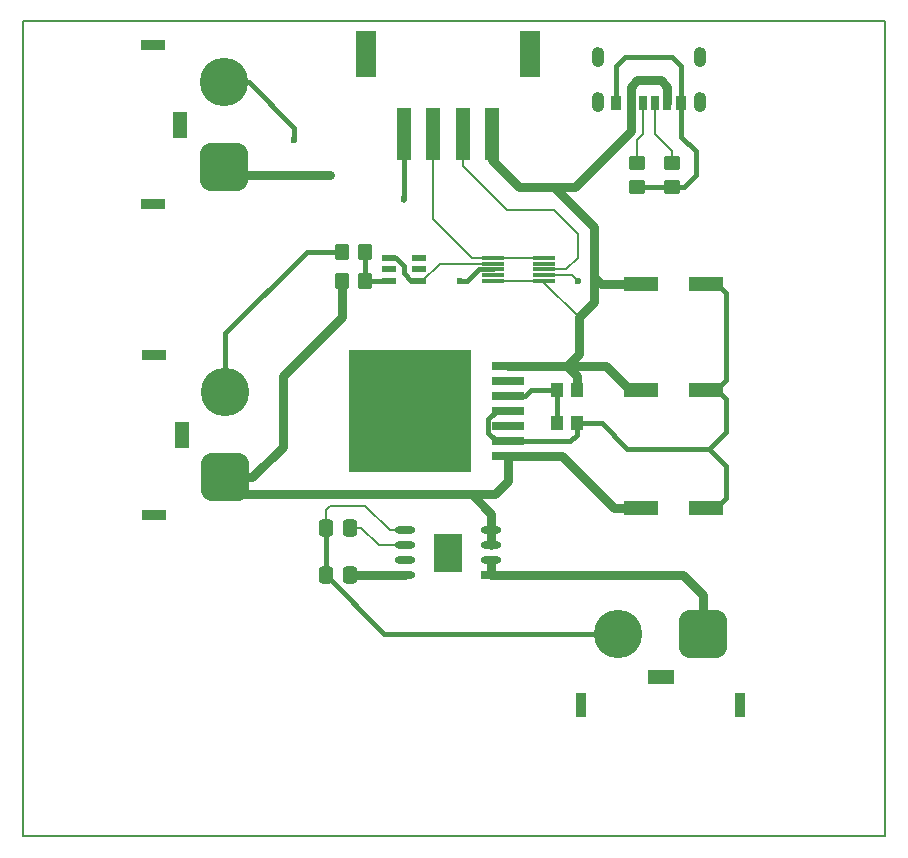
<source format=gbr>
%TF.GenerationSoftware,KiCad,Pcbnew,8.0.6*%
%TF.CreationDate,2025-02-02T12:33:11-05:00*%
%TF.ProjectId,Electrical schematic,456c6563-7472-4696-9361-6c2073636865,rev?*%
%TF.SameCoordinates,Original*%
%TF.FileFunction,Copper,L1,Top*%
%TF.FilePolarity,Positive*%
%FSLAX46Y46*%
G04 Gerber Fmt 4.6, Leading zero omitted, Abs format (unit mm)*
G04 Created by KiCad (PCBNEW 8.0.6) date 2025-02-02 12:33:11*
%MOMM*%
%LPD*%
G01*
G04 APERTURE LIST*
G04 Aperture macros list*
%AMRoundRect*
0 Rectangle with rounded corners*
0 $1 Rounding radius*
0 $2 $3 $4 $5 $6 $7 $8 $9 X,Y pos of 4 corners*
0 Add a 4 corners polygon primitive as box body*
4,1,4,$2,$3,$4,$5,$6,$7,$8,$9,$2,$3,0*
0 Add four circle primitives for the rounded corners*
1,1,$1+$1,$2,$3*
1,1,$1+$1,$4,$5*
1,1,$1+$1,$6,$7*
1,1,$1+$1,$8,$9*
0 Add four rect primitives between the rounded corners*
20,1,$1+$1,$2,$3,$4,$5,0*
20,1,$1+$1,$4,$5,$6,$7,0*
20,1,$1+$1,$6,$7,$8,$9,0*
20,1,$1+$1,$8,$9,$2,$3,0*%
G04 Aperture macros list end*
%TA.AperFunction,NonConductor*%
%ADD10C,0.200000*%
%TD*%
%TA.AperFunction,SMDPad,CuDef*%
%ADD11R,1.005599X1.199998*%
%TD*%
%TA.AperFunction,SMDPad,CuDef*%
%ADD12RoundRect,0.250000X0.337500X0.475000X-0.337500X0.475000X-0.337500X-0.475000X0.337500X-0.475000X0*%
%TD*%
%TA.AperFunction,SMDPad,CuDef*%
%ADD13R,1.295400X4.495800*%
%TD*%
%TA.AperFunction,SMDPad,CuDef*%
%ADD14R,1.803400X3.911600*%
%TD*%
%TA.AperFunction,SMDPad,CuDef*%
%ADD15R,2.997200X1.219200*%
%TD*%
%TA.AperFunction,SMDPad,CuDef*%
%ADD16R,2.667000X0.787400*%
%TD*%
%TA.AperFunction,SMDPad,CuDef*%
%ADD17R,10.414000X10.414000*%
%TD*%
%TA.AperFunction,SMDPad,CuDef*%
%ADD18R,1.752600X0.660400*%
%TD*%
%TA.AperFunction,SMDPad,CuDef*%
%ADD19O,1.752600X0.660400*%
%TD*%
%TA.AperFunction,SMDPad,CuDef*%
%ADD20R,2.413000X3.302000*%
%TD*%
%TA.AperFunction,SMDPad,CuDef*%
%ADD21RoundRect,0.072500X-0.532500X-0.217500X0.532500X-0.217500X0.532500X0.217500X-0.532500X0.217500X0*%
%TD*%
%TA.AperFunction,SMDPad,CuDef*%
%ADD22O,1.092200X1.701800*%
%TD*%
%TA.AperFunction,SMDPad,CuDef*%
%ADD23R,0.711200X1.193800*%
%TD*%
%TA.AperFunction,SMDPad,CuDef*%
%ADD24R,0.762000X1.193800*%
%TD*%
%TA.AperFunction,SMDPad,CuDef*%
%ADD25R,0.812800X1.193800*%
%TD*%
%TA.AperFunction,SMDPad,CuDef*%
%ADD26RoundRect,0.250000X0.450000X-0.350000X0.450000X0.350000X-0.450000X0.350000X-0.450000X-0.350000X0*%
%TD*%
%TA.AperFunction,ComponentPad*%
%ADD27R,2.000000X0.900000*%
%TD*%
%TA.AperFunction,ComponentPad*%
%ADD28RoundRect,1.025000X1.025000X-1.025000X1.025000X1.025000X-1.025000X1.025000X-1.025000X-1.025000X0*%
%TD*%
%TA.AperFunction,ComponentPad*%
%ADD29C,4.100000*%
%TD*%
%TA.AperFunction,ComponentPad*%
%ADD30R,1.300000X2.300000*%
%TD*%
%TA.AperFunction,SMDPad,CuDef*%
%ADD31R,1.856504X0.392473*%
%TD*%
%TA.AperFunction,ComponentPad*%
%ADD32R,2.300000X1.300000*%
%TD*%
%TA.AperFunction,ComponentPad*%
%ADD33RoundRect,1.025000X1.025000X1.025000X-1.025000X1.025000X-1.025000X-1.025000X1.025000X-1.025000X0*%
%TD*%
%TA.AperFunction,ComponentPad*%
%ADD34R,0.900000X2.000000*%
%TD*%
%TA.AperFunction,SMDPad,CuDef*%
%ADD35RoundRect,0.250000X0.350000X0.450000X-0.350000X0.450000X-0.350000X-0.450000X0.350000X-0.450000X0*%
%TD*%
%TA.AperFunction,SMDPad,CuDef*%
%ADD36RoundRect,0.250000X-0.350000X-0.450000X0.350000X-0.450000X0.350000X0.450000X-0.350000X0.450000X0*%
%TD*%
%TA.AperFunction,ViaPad*%
%ADD37C,0.600000*%
%TD*%
%TA.AperFunction,Conductor*%
%ADD38C,0.400000*%
%TD*%
%TA.AperFunction,Conductor*%
%ADD39C,0.200000*%
%TD*%
%TA.AperFunction,Conductor*%
%ADD40C,0.800000*%
%TD*%
G04 APERTURE END LIST*
D10*
X106000000Y-78000000D02*
X179000000Y-78000000D01*
X179000000Y-147000000D01*
X106000000Y-147000000D01*
X106000000Y-78000000D01*
D11*
%TO.P,R2,1*%
%TO.N,/Buck Converter/Vout (5V 5A)*%
X152910699Y-109190000D03*
%TO.P,R2,2*%
%TO.N,Net-(U1-FB)*%
X151205101Y-109190000D03*
%TD*%
D12*
%TO.P,C10,1*%
%TO.N,/Buck Converter/Vout (5V 5A)*%
X133712499Y-124905000D03*
%TO.P,C10,2*%
%TO.N,GND*%
X131637499Y-124905000D03*
%TD*%
D13*
%TO.P,J1,1,1*%
%TO.N,/Buck Converter/Vout (5V 5A)*%
X145750000Y-87549501D03*
%TO.P,J1,2,2*%
%TO.N,Net-(U4-D)*%
X143250000Y-87549501D03*
%TO.P,J1,3,3*%
%TO.N,Net-(U4-A0)*%
X140750000Y-87549501D03*
%TO.P,J1,4,4*%
%TO.N,GND*%
X138250000Y-87549501D03*
D14*
%TO.P,J1,5*%
%TO.N,N/C*%
X135050001Y-80759501D03*
%TO.P,J1,6*%
X148949999Y-80759501D03*
%TD*%
D15*
%TO.P,C3,1*%
%TO.N,/Buck Converter/Vin (12V)*%
X158302000Y-119190000D03*
%TO.P,C3,2*%
%TO.N,GND*%
X163813800Y-119190000D03*
%TD*%
D16*
%TO.P,U1,1,VIN*%
%TO.N,/Buck Converter/Vin (12V)*%
X147057900Y-114810000D03*
%TO.P,U1,2,SYNC*%
%TO.N,GND*%
X147057900Y-113540000D03*
%TO.P,U1,3,EN*%
%TO.N,unconnected-(U1-EN-Pad3)*%
X147057900Y-112270000D03*
%TO.P,U1,4,AGND*%
%TO.N,GND*%
X147057900Y-111000000D03*
%TO.P,U1,5,FB*%
%TO.N,Net-(U1-FB)*%
X147057900Y-109730000D03*
%TO.P,U1,6,SS/TRK*%
%TO.N,unconnected-(U1-SS{slash}TRK-Pad6)*%
X147057900Y-108460000D03*
%TO.P,U1,7,VOUT*%
%TO.N,/Buck Converter/Vout (5V 5A)*%
X147057900Y-107190000D03*
D17*
%TO.P,U1,8,8*%
%TO.N,unconnected-(U1-Pad8)*%
X138815600Y-111000000D03*
%TD*%
D18*
%TO.P,U2,1,IP+*%
%TO.N,/Current Sensor/CURRENT IN*%
X145674999Y-124905000D03*
D19*
%TO.P,U2,2,IP+*%
X145674999Y-123635000D03*
%TO.P,U2,3,IP-*%
%TO.N,/Buck Converter/Vin (12V)*%
X145674999Y-122365000D03*
%TO.P,U2,4,IP-*%
X145674999Y-121095000D03*
%TO.P,U2,5,GND*%
%TO.N,GND*%
X138325001Y-121095000D03*
%TO.P,U2,6,FILTER*%
%TO.N,Net-(U2-FILTER)*%
X138325001Y-122365000D03*
%TO.P,U2,7,VIOUT*%
%TO.N,/Current Sensor/VOLTAGE OUT (of reading)*%
X138325001Y-123635000D03*
%TO.P,U2,8,VCC*%
%TO.N,/Buck Converter/Vout (5V 5A)*%
X138325001Y-124905000D03*
D20*
%TO.P,U2,9*%
%TO.N,N/C*%
X142000000Y-123000000D03*
%TD*%
D21*
%TO.P,U3,1,OUT*%
%TO.N,/Voltage Reading/OUT*%
X137000000Y-98050000D03*
%TO.P,U3,2,GND*%
%TO.N,GND*%
X137000000Y-99000000D03*
%TO.P,U3,3,IN+*%
%TO.N,Net-(U3-IN+)*%
X137000000Y-99950000D03*
%TO.P,U3,4,IN-*%
%TO.N,/Voltage Reading/OUT*%
X139510000Y-99950000D03*
%TO.P,U3,5,~{SHDN}*%
%TO.N,unconnected-(U3-~{SHDN}-Pad5)*%
X139510000Y-99000000D03*
%TO.P,U3,6,VDD*%
%TO.N,+5V*%
X139510000Y-98050000D03*
%TD*%
D22*
%TO.P,J4,7*%
%TO.N,N/C*%
X163320000Y-84799999D03*
%TO.P,J4,8*%
X154680000Y-84799999D03*
%TO.P,J4,9*%
X163320000Y-81000000D03*
%TO.P,J4,10*%
X154680000Y-81000000D03*
D23*
%TO.P,J4,A5,CC1*%
%TO.N,Net-(J4-CC1)*%
X159499999Y-84880000D03*
D24*
%TO.P,J4,A9,VBUS*%
%TO.N,/Buck Converter/Vout (5V 5A)*%
X157480000Y-84880000D03*
D25*
%TO.P,J4,A12,GND*%
%TO.N,GND*%
X156250000Y-84880000D03*
D23*
%TO.P,J4,B5,CC2*%
%TO.N,Net-(J4-CC2)*%
X158500001Y-84880000D03*
D24*
%TO.P,J4,B9,VBUS*%
%TO.N,/Buck Converter/Vout (5V 5A)*%
X160519936Y-84879883D03*
D25*
%TO.P,J4,B12,GND*%
%TO.N,GND*%
X161749936Y-84879883D03*
%TD*%
D26*
%TO.P,R3,1*%
%TO.N,GND*%
X158000000Y-92000000D03*
%TO.P,R3,2*%
%TO.N,Net-(J4-CC2)*%
X158000000Y-90000000D03*
%TD*%
D12*
%TO.P,C11,1*%
%TO.N,Net-(U2-FILTER)*%
X133712499Y-120905000D03*
%TO.P,C11,2*%
%TO.N,GND*%
X131637499Y-120905000D03*
%TD*%
D27*
%TO.P,J5,*%
%TO.N,*%
X117000000Y-93500000D03*
X117000000Y-80000000D03*
D28*
%TO.P,J5,1,+*%
%TO.N,/Buck Converter/Vout (5V 5A)*%
X123000000Y-90350000D03*
D29*
%TO.P,J5,2,-*%
%TO.N,GND*%
X123000000Y-83150000D03*
D30*
%TO.P,J5,3*%
%TO.N,N/C*%
X119350000Y-86750000D03*
%TD*%
D11*
%TO.P,R1,1*%
%TO.N,Net-(U1-FB)*%
X151205101Y-112000000D03*
%TO.P,R1,2*%
%TO.N,GND*%
X152910699Y-112000000D03*
%TD*%
D15*
%TO.P,C1,1*%
%TO.N,/Buck Converter/Vout (5V 5A)*%
X158302000Y-109190000D03*
%TO.P,C1,2*%
%TO.N,GND*%
X163813800Y-109190000D03*
%TD*%
%TO.P,C2,1*%
%TO.N,/Buck Converter/Vout (5V 5A)*%
X158302000Y-100190000D03*
%TO.P,C2,2*%
%TO.N,GND*%
X163813800Y-100190000D03*
%TD*%
D31*
%TO.P,U4,1,A0*%
%TO.N,Net-(U4-A0)*%
X145849143Y-97999999D03*
%TO.P,U4,2,S1*%
%TO.N,/Voltage Reading/OUT*%
X145849143Y-98500001D03*
%TO.P,U4,3,GND*%
%TO.N,GND*%
X145849143Y-99000000D03*
%TO.P,U4,4,S3*%
%TO.N,unconnected-(U4-S3-Pad4)*%
X145849143Y-99499999D03*
%TO.P,U4,5,EN*%
%TO.N,/Buck Converter/Vout (5V 5A)*%
X145849143Y-100000001D03*
%TO.P,U4,6,VDD*%
X150150857Y-100000001D03*
%TO.P,U4,7,S4*%
%TO.N,/Current Sensor/VOLTAGE OUT (of reading)*%
X150150857Y-99499999D03*
%TO.P,U4,8,D*%
%TO.N,Net-(U4-D)*%
X150150857Y-99000000D03*
%TO.P,U4,9,S2*%
%TO.N,unconnected-(U4-S2-Pad9)*%
X150150857Y-98500001D03*
%TO.P,U4,10,A1*%
%TO.N,Net-(U4-A0)*%
X150150857Y-97999999D03*
%TD*%
D32*
%TO.P,J2,3*%
%TO.N,N/C*%
X160000000Y-133500000D03*
D29*
%TO.P,J2,2,-*%
%TO.N,GND*%
X156400000Y-129850000D03*
D33*
%TO.P,J2,1,+*%
%TO.N,/Current Sensor/CURRENT IN*%
X163600000Y-129850000D03*
D34*
%TO.P,J2,*%
%TO.N,*%
X153250000Y-135850000D03*
X166750000Y-135850000D03*
%TD*%
D35*
%TO.P,R6,1*%
%TO.N,Net-(U3-IN+)*%
X135000000Y-97500000D03*
%TO.P,R6,2*%
%TO.N,GND*%
X133000000Y-97500000D03*
%TD*%
D27*
%TO.P,J3,*%
%TO.N,*%
X117150000Y-119750000D03*
X117150000Y-106250000D03*
D28*
%TO.P,J3,1,+*%
%TO.N,/Buck Converter/Vin (12V)*%
X123150000Y-116600000D03*
D29*
%TO.P,J3,2,-*%
%TO.N,GND*%
X123150000Y-109400000D03*
D30*
%TO.P,J3,3*%
%TO.N,N/C*%
X119500000Y-113000000D03*
%TD*%
D36*
%TO.P,R5,1*%
%TO.N,/Buck Converter/Vin (12V)*%
X133000000Y-100000000D03*
%TO.P,R5,2*%
%TO.N,Net-(U3-IN+)*%
X135000000Y-100000000D03*
%TD*%
D26*
%TO.P,R4,1*%
%TO.N,GND*%
X161000000Y-92000000D03*
%TO.P,R4,2*%
%TO.N,Net-(J4-CC1)*%
X161000000Y-90000000D03*
%TD*%
D37*
%TO.N,GND*%
X138250000Y-93000000D03*
X137000000Y-99000000D03*
X163813800Y-100190000D03*
X158000000Y-92000000D03*
X163813800Y-119190000D03*
X129000000Y-88000000D03*
X133000000Y-97500000D03*
X156400000Y-129850000D03*
X143000000Y-100000000D03*
%TO.N,/Buck Converter/Vout (5V 5A)*%
X147000000Y-91000000D03*
X147057900Y-107190000D03*
X136000000Y-125000000D03*
X132000000Y-91000000D03*
%TO.N,/Current Sensor/VOLTAGE OUT (of reading)*%
X153000000Y-100000000D03*
X138325001Y-123635000D03*
%TD*%
D38*
%TO.N,GND*%
X146118100Y-111000000D02*
X147057900Y-111000000D01*
X164702800Y-119190000D02*
X163813800Y-119190000D01*
X130050000Y-97500000D02*
X133000000Y-97500000D01*
X155000000Y-112000000D02*
X157190000Y-114190000D01*
X138250000Y-87549501D02*
X138250000Y-93000000D01*
X164057900Y-114190000D02*
X165512400Y-115644500D01*
D39*
X131637499Y-119362501D02*
X131637499Y-120905000D01*
D38*
X165512400Y-115644500D02*
X165512400Y-118380400D01*
X144624654Y-99000000D02*
X143624654Y-100000000D01*
X157000000Y-81000000D02*
X156250000Y-81750000D01*
X129000000Y-88000000D02*
X129000000Y-87000000D01*
D39*
X138250000Y-93000000D02*
X138250000Y-93250000D01*
D38*
X156250000Y-81750000D02*
X156250000Y-84880000D01*
X131637499Y-120905000D02*
X131637499Y-120911250D01*
X164702800Y-100190000D02*
X163813800Y-100190000D01*
X145849143Y-99000000D02*
X144624654Y-99000000D01*
X147057900Y-113540000D02*
X146118100Y-113540000D01*
D39*
X137095000Y-121095000D02*
X135000000Y-119000000D01*
X138325001Y-121095000D02*
X137095000Y-121095000D01*
D38*
X131637499Y-124905000D02*
X131637499Y-120905000D01*
X164702800Y-109190000D02*
X165512400Y-108380400D01*
X136582499Y-129850000D02*
X156400000Y-129850000D01*
X125150000Y-83150000D02*
X123000000Y-83150000D01*
X165512400Y-112735500D02*
X165512400Y-109999600D01*
X163813800Y-100190000D02*
X164033144Y-100190000D01*
X165512400Y-118380400D02*
X164702800Y-119190000D01*
X161000000Y-81000000D02*
X157000000Y-81000000D01*
X152910699Y-112999999D02*
X152910699Y-112000000D01*
X143624654Y-100000000D02*
X143000000Y-100000000D01*
X152910699Y-112000000D02*
X155000000Y-112000000D01*
X161749936Y-84879883D02*
X161749936Y-81749936D01*
X123150000Y-104400000D02*
X123150000Y-109400000D01*
X164702800Y-109190000D02*
X163813800Y-109190000D01*
X147057900Y-113540000D02*
X152370698Y-113540000D01*
X163000000Y-89000000D02*
X161749936Y-87749936D01*
D39*
X135000000Y-119000000D02*
X132000000Y-119000000D01*
D38*
X130050000Y-97500000D02*
X123150000Y-104400000D01*
X145424400Y-111693700D02*
X146118100Y-111000000D01*
X165512400Y-108380400D02*
X165512400Y-100999600D01*
X163000000Y-91000000D02*
X163000000Y-89000000D01*
X164057900Y-114190000D02*
X165512400Y-112735500D01*
D39*
X132000000Y-119000000D02*
X131637499Y-119362501D01*
D38*
X129000000Y-87000000D02*
X125150000Y-83150000D01*
X161749936Y-81749936D02*
X161000000Y-81000000D01*
X162000000Y-92000000D02*
X163000000Y-91000000D01*
X165512400Y-100999600D02*
X164702800Y-100190000D01*
X131637499Y-120911250D02*
X131751249Y-121025000D01*
X161749936Y-87749936D02*
X161749936Y-84879883D01*
X146118100Y-113540000D02*
X145424400Y-112846300D01*
X161000000Y-92000000D02*
X162000000Y-92000000D01*
X145424400Y-112846300D02*
X145424400Y-111693700D01*
X161749936Y-84879883D02*
X161749936Y-85000000D01*
X152370698Y-113540000D02*
X152910699Y-112999999D01*
X165512400Y-109999600D02*
X164702800Y-109190000D01*
X158000000Y-92000000D02*
X161000000Y-92000000D01*
X131637499Y-124905000D02*
X136582499Y-129850000D01*
X157190000Y-114190000D02*
X164057900Y-114190000D01*
D39*
%TO.N,Net-(U2-FILTER)*%
X134674999Y-120905000D02*
X136134999Y-122365000D01*
X133712499Y-120905000D02*
X134674999Y-120905000D01*
X136134999Y-122365000D02*
X138325001Y-122365000D01*
D38*
%TO.N,Net-(U3-IN+)*%
X135050000Y-99950000D02*
X135000000Y-100000000D01*
X135000000Y-97500000D02*
X135000000Y-100000000D01*
X137000000Y-99950000D02*
X135050000Y-99950000D01*
D40*
%TO.N,/Buck Converter/Vin (12V)*%
X133000000Y-103000000D02*
X128000000Y-108000000D01*
X124550000Y-118000000D02*
X123150000Y-116600000D01*
X147057900Y-116942100D02*
X146000000Y-118000000D01*
X151677900Y-114810000D02*
X156057900Y-119190000D01*
X125400000Y-116600000D02*
X123150000Y-116600000D01*
X147057900Y-114810000D02*
X151677900Y-114810000D01*
X144000000Y-118000000D02*
X124550000Y-118000000D01*
X133000000Y-100000000D02*
X133000000Y-103000000D01*
X145674999Y-119674999D02*
X144000000Y-118000000D01*
X145674999Y-121095000D02*
X145674999Y-119674999D01*
X128000000Y-108000000D02*
X128000000Y-114000000D01*
X128000000Y-114000000D02*
X125400000Y-116600000D01*
X156057900Y-119190000D02*
X158302000Y-119190000D01*
X147057900Y-114810000D02*
X147057900Y-116942100D01*
X146000000Y-118000000D02*
X144000000Y-118000000D01*
X145674999Y-122365000D02*
X145674999Y-121095000D01*
%TO.N,/Current Sensor/CURRENT IN*%
X161905000Y-124905000D02*
X163600000Y-126600000D01*
X145674999Y-124905000D02*
X161905000Y-124905000D01*
X145674999Y-124905000D02*
X145674999Y-123635000D01*
X163600000Y-126600000D02*
X163600000Y-129850000D01*
D39*
%TO.N,/Voltage Reading/OUT*%
X145849143Y-98500001D02*
X141288801Y-98500001D01*
D38*
X138255000Y-99299999D02*
X138255000Y-98700001D01*
X138905001Y-99950000D02*
X138255000Y-99299999D01*
X137604999Y-98050000D02*
X137000000Y-98050000D01*
D39*
X139838802Y-99950000D02*
X139510000Y-99950000D01*
D38*
X138255000Y-98700001D02*
X137604999Y-98050000D01*
D39*
X141288801Y-98500001D02*
X139838802Y-99950000D01*
D38*
X139510000Y-99950000D02*
X138905001Y-99950000D01*
%TO.N,Net-(U1-FB)*%
X148517900Y-109730000D02*
X149057900Y-109190000D01*
X147057900Y-109730000D02*
X148517900Y-109730000D01*
X151205101Y-109190000D02*
X151205101Y-112000000D01*
X149057900Y-109190000D02*
X151205101Y-109190000D01*
D40*
%TO.N,/Buck Converter/Vout (5V 5A)*%
X150000000Y-92000000D02*
X148000000Y-92000000D01*
X153057900Y-104545100D02*
X153057900Y-103057900D01*
X151000000Y-92000000D02*
X150000000Y-92000000D01*
X153057900Y-104545100D02*
X153057900Y-106190000D01*
X160000000Y-83000000D02*
X160519936Y-83519936D01*
X157480000Y-87288699D02*
X152768699Y-92000000D01*
X138325001Y-124905000D02*
X133712499Y-124905000D01*
X157480000Y-84880000D02*
X157480000Y-83520000D01*
X154989999Y-100190000D02*
X158302000Y-100190000D01*
X152123950Y-107123950D02*
X152057900Y-107190000D01*
X160519936Y-83519936D02*
X160519936Y-84879883D01*
X154400000Y-99600001D02*
X154400000Y-98000000D01*
X157480000Y-87288699D02*
X157480000Y-84880000D01*
X152057900Y-107190000D02*
X152910699Y-108042799D01*
X157413000Y-109190000D02*
X155413000Y-107190000D01*
X152768699Y-92000000D02*
X150000000Y-92000000D01*
X152910699Y-108042799D02*
X152910699Y-109190000D01*
X145750000Y-89750000D02*
X145750000Y-87549501D01*
D39*
X150150857Y-100150857D02*
X150150857Y-100000001D01*
D40*
X154400000Y-98000000D02*
X154400000Y-95400000D01*
X154400000Y-101715800D02*
X154400000Y-98000000D01*
X148000000Y-92000000D02*
X147000000Y-91000000D01*
D39*
X145849143Y-100000001D02*
X150150857Y-100000001D01*
D40*
X157480000Y-83520000D02*
X158000000Y-83000000D01*
X154400000Y-95400000D02*
X151000000Y-92000000D01*
X153057900Y-106190000D02*
X152123950Y-107123950D01*
X158302000Y-109190000D02*
X157413000Y-109190000D01*
X150810000Y-107190000D02*
X152057900Y-107190000D01*
X153057900Y-103057900D02*
X154400000Y-101715800D01*
X132000000Y-91000000D02*
X123650000Y-91000000D01*
X154400000Y-99600001D02*
X154989999Y-100190000D01*
X123650000Y-91000000D02*
X123000000Y-90350000D01*
D39*
X153057900Y-103057900D02*
X150150857Y-100150857D01*
D40*
X155413000Y-107190000D02*
X152057900Y-107190000D01*
X147000000Y-91000000D02*
X145750000Y-89750000D01*
X150810000Y-107190000D02*
X147057900Y-107190000D01*
X158000000Y-83000000D02*
X160000000Y-83000000D01*
D39*
%TO.N,/Current Sensor/VOLTAGE OUT (of reading)*%
X151500001Y-99499999D02*
X151500000Y-99499999D01*
X151500001Y-99499999D02*
X152499999Y-99499999D01*
X152499999Y-99499999D02*
X153000000Y-100000000D01*
X151500000Y-99499999D02*
X150150857Y-99499999D01*
%TO.N,Net-(U4-A0)*%
X144000000Y-98000000D02*
X140750000Y-94750000D01*
X144000001Y-97999999D02*
X144000000Y-98000000D01*
X140750000Y-94750000D02*
X140750000Y-87549501D01*
X145849143Y-97999999D02*
X144000001Y-97999999D01*
X145849143Y-97999999D02*
X150150857Y-97999999D01*
%TO.N,Net-(U4-D)*%
X151000000Y-94000000D02*
X147000000Y-94000000D01*
X147000000Y-94000000D02*
X143250000Y-90250000D01*
X152000000Y-99000000D02*
X153000000Y-98000000D01*
X150150857Y-99000000D02*
X152000000Y-99000000D01*
X153000000Y-96000000D02*
X151000000Y-94000000D01*
X153000000Y-98000000D02*
X153000000Y-96000000D01*
X143250000Y-90250000D02*
X143250000Y-87549501D01*
%TO.N,Net-(J4-CC1)*%
X161000000Y-90000000D02*
X161000000Y-89000000D01*
X159499999Y-87499999D02*
X159499999Y-84880000D01*
X161000000Y-89000000D02*
X159499999Y-87499999D01*
%TO.N,Net-(J4-CC2)*%
X158000000Y-88000000D02*
X158500001Y-87499999D01*
X158500001Y-87499999D02*
X158500001Y-84880000D01*
X158000000Y-90000000D02*
X158000000Y-88000000D01*
%TD*%
M02*

</source>
